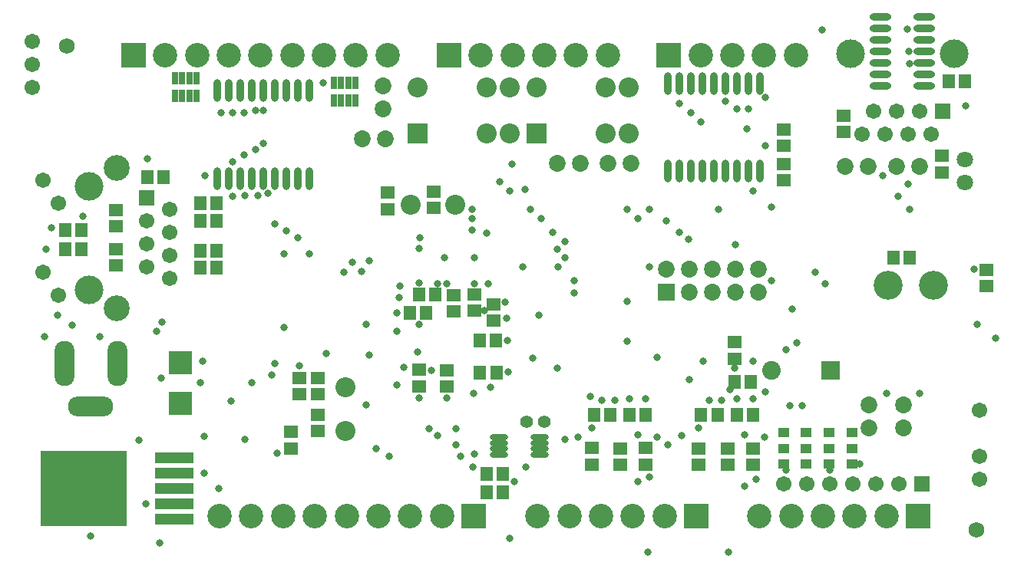
<source format=gbs>
%FSAX24Y24*%
%MOIN*%
G70*
G01*
G75*
G04 Layer_Color=16711935*
%ADD10C,0.0100*%
%ADD11R,0.1378X0.0748*%
%ADD12R,0.1732X0.0866*%
%ADD13O,0.0276X0.0984*%
%ADD14R,0.0118X0.0591*%
%ADD15R,0.0591X0.0118*%
%ADD16C,0.0394*%
%ADD17R,0.0472X0.0532*%
%ADD18R,0.0532X0.0472*%
%ADD19R,0.1969X0.2756*%
%ADD20R,0.0551X0.0472*%
%ADD21R,0.0472X0.0551*%
%ADD22R,0.0787X0.0571*%
%ADD23R,0.0591X0.0315*%
%ADD24R,0.0177X0.0453*%
%ADD25C,0.0300*%
%ADD26C,0.0120*%
%ADD27C,0.0591*%
%ADD28C,0.0787*%
%ADD29C,0.0472*%
%ADD30C,0.0650*%
%ADD31C,0.0630*%
%ADD32R,0.0787X0.0787*%
%ADD33C,0.0600*%
%ADD34R,0.0728X0.0728*%
%ADD35C,0.0728*%
%ADD36C,0.1161*%
%ADD37C,0.1043*%
%ADD38C,0.0591*%
%ADD39R,0.0591X0.0591*%
%ADD40R,0.0650X0.0650*%
%ADD41C,0.0984*%
%ADD42R,0.0984X0.0984*%
%ADD43R,0.0591X0.0591*%
%ADD44C,0.1181*%
%ADD45R,0.0591X0.0591*%
%ADD46O,0.1890X0.0787*%
%ADD47O,0.0787X0.1890*%
%ADD48C,0.0240*%
%ADD49R,0.0906X0.0906*%
%ADD50R,0.1634X0.0374*%
%ADD51R,0.3701X0.3228*%
%ADD52O,0.0236X0.0906*%
%ADD53R,0.0374X0.0335*%
%ADD54O,0.0709X0.0177*%
%ADD55O,0.0866X0.0236*%
%ADD56C,0.0200*%
%ADD57C,0.0079*%
%ADD58C,0.0050*%
%ADD59C,0.0098*%
%ADD60C,0.0236*%
%ADD61C,0.0039*%
%ADD62C,0.0080*%
%ADD63C,0.0059*%
%ADD64R,0.1614X0.0748*%
%ADD65R,0.1458X0.0828*%
%ADD66R,0.1812X0.0946*%
%ADD67O,0.0356X0.1064*%
%ADD68R,0.0198X0.0671*%
%ADD69R,0.0671X0.0198*%
%ADD70C,0.0474*%
%ADD71R,0.0552X0.0612*%
%ADD72R,0.0612X0.0552*%
%ADD73R,0.2049X0.2836*%
%ADD74R,0.0631X0.0552*%
%ADD75R,0.0552X0.0631*%
%ADD76R,0.0867X0.0651*%
%ADD77R,0.0671X0.0395*%
%ADD78R,0.0257X0.0533*%
%ADD79C,0.0671*%
%ADD80C,0.0867*%
%ADD81C,0.0552*%
%ADD82C,0.0730*%
%ADD83C,0.0710*%
%ADD84R,0.0867X0.0867*%
%ADD85C,0.0680*%
%ADD86R,0.0808X0.0808*%
%ADD87C,0.0808*%
%ADD88C,0.1241*%
%ADD89C,0.1123*%
%ADD90C,0.0671*%
%ADD91R,0.0671X0.0671*%
%ADD92R,0.0730X0.0730*%
%ADD93C,0.1064*%
%ADD94R,0.1064X0.1064*%
%ADD95R,0.0671X0.0671*%
%ADD96C,0.1261*%
%ADD97R,0.0671X0.0671*%
%ADD98O,0.1970X0.0867*%
%ADD99O,0.0867X0.1970*%
%ADD100C,0.0320*%
%ADD101R,0.0986X0.0986*%
%ADD102R,0.1714X0.0454*%
%ADD103R,0.3781X0.3308*%
%ADD104O,0.0316X0.0986*%
%ADD105R,0.0454X0.0415*%
%ADD106O,0.0789X0.0257*%
%ADD107O,0.0946X0.0316*%
D71*
X051496Y022200D02*
D03*
X052204D02*
D03*
X022446Y028800D02*
D03*
X023154D02*
D03*
X022441Y027950D02*
D03*
X023150D02*
D03*
X058396Y027600D02*
D03*
X059104D02*
D03*
X041450Y017400D02*
D03*
X040741D02*
D03*
X041450Y018200D02*
D03*
X040741D02*
D03*
D72*
X062450Y027059D02*
D03*
Y026350D02*
D03*
X032600Y022359D02*
D03*
Y021650D02*
D03*
X032250Y019296D02*
D03*
Y020004D02*
D03*
X051500Y023196D02*
D03*
Y023904D02*
D03*
X053650Y033154D02*
D03*
Y032446D02*
D03*
Y030950D02*
D03*
Y031659D02*
D03*
X056250Y033748D02*
D03*
Y033039D02*
D03*
X060500Y032002D02*
D03*
Y031293D02*
D03*
D74*
X039000Y021991D02*
D03*
Y022700D02*
D03*
X039300Y025950D02*
D03*
Y025241D02*
D03*
X049950Y018591D02*
D03*
Y019300D02*
D03*
X041050Y024841D02*
D03*
Y025550D02*
D03*
X040200Y026000D02*
D03*
Y025291D02*
D03*
X037800Y022000D02*
D03*
Y022709D02*
D03*
X051200Y018583D02*
D03*
Y019291D02*
D03*
X052300Y018591D02*
D03*
Y019300D02*
D03*
X024650Y027250D02*
D03*
Y027959D02*
D03*
Y028941D02*
D03*
Y029650D02*
D03*
X033400Y020046D02*
D03*
Y020754D02*
D03*
Y022354D02*
D03*
Y021646D02*
D03*
X038450Y029746D02*
D03*
Y030454D02*
D03*
X036450Y029696D02*
D03*
Y030404D02*
D03*
X045300Y018600D02*
D03*
Y019309D02*
D03*
X046550Y018591D02*
D03*
Y019300D02*
D03*
X047650Y018600D02*
D03*
Y019309D02*
D03*
D75*
X041150Y024000D02*
D03*
X040441D02*
D03*
X037400Y025200D02*
D03*
X038109D02*
D03*
X037791Y026000D02*
D03*
X038500D02*
D03*
X041159Y022600D02*
D03*
X040450D02*
D03*
X050050Y020741D02*
D03*
X050759D02*
D03*
X052300D02*
D03*
X051591D02*
D03*
X025991Y031100D02*
D03*
X026700D02*
D03*
X029000Y027900D02*
D03*
X028291D02*
D03*
X029000Y027150D02*
D03*
X028291D02*
D03*
X029000Y029950D02*
D03*
X028291D02*
D03*
X029000Y029200D02*
D03*
X028291D02*
D03*
X045400Y020750D02*
D03*
X046109D02*
D03*
X047650D02*
D03*
X046941D02*
D03*
X061504Y035250D02*
D03*
X060796D02*
D03*
D78*
X034730Y035200D02*
D03*
X035045D02*
D03*
Y034432D02*
D03*
X034730D02*
D03*
X034415D02*
D03*
X034100D02*
D03*
Y035200D02*
D03*
X034415D02*
D03*
X027830Y035400D02*
D03*
X028145D02*
D03*
Y034632D02*
D03*
X027830D02*
D03*
X027515D02*
D03*
X027200D02*
D03*
Y035400D02*
D03*
X027515D02*
D03*
D79*
X021000Y035000D02*
D03*
Y036000D02*
D03*
Y037000D02*
D03*
X062150Y017950D02*
D03*
Y018950D02*
D03*
Y020950D02*
D03*
X057650Y017750D02*
D03*
X058650D02*
D03*
X056650D02*
D03*
X055650D02*
D03*
X054650D02*
D03*
X053650D02*
D03*
D80*
X034600Y021961D02*
D03*
Y020039D02*
D03*
X039361Y029900D02*
D03*
X037439D02*
D03*
X045900Y033000D02*
D03*
X046900D02*
D03*
X042900Y035000D02*
D03*
X045900D02*
D03*
X046900D02*
D03*
X041750D02*
D03*
X040750D02*
D03*
X037750D02*
D03*
X041750Y033000D02*
D03*
X040750D02*
D03*
D81*
X043250Y020450D02*
D03*
X042463D02*
D03*
D82*
X059550Y031548D02*
D03*
X058550D02*
D03*
X057300D02*
D03*
X056300D02*
D03*
X047000Y031700D02*
D03*
X046000D02*
D03*
X043800D02*
D03*
X044800D02*
D03*
X036250Y035050D02*
D03*
Y034050D02*
D03*
X035350Y032750D02*
D03*
X036350D02*
D03*
X052550Y027100D02*
D03*
Y026100D02*
D03*
X051550Y027100D02*
D03*
Y026100D02*
D03*
X050550Y027100D02*
D03*
Y026100D02*
D03*
X049550Y027100D02*
D03*
Y026100D02*
D03*
X048550Y027100D02*
D03*
X058850Y020200D02*
D03*
Y021200D02*
D03*
X057350Y020200D02*
D03*
Y021200D02*
D03*
D83*
X061500Y031850D02*
D03*
Y030850D02*
D03*
D84*
X042900Y033000D02*
D03*
X037750D02*
D03*
D85*
X022500Y036800D02*
D03*
X062000Y015750D02*
D03*
D86*
X055680Y022700D02*
D03*
D87*
X053120D02*
D03*
D88*
X023470Y026200D02*
D03*
Y030700D02*
D03*
X056550Y036448D02*
D03*
X061050D02*
D03*
D89*
X024670Y025400D02*
D03*
Y031500D02*
D03*
D90*
X025970Y029200D02*
D03*
Y028200D02*
D03*
X026970Y028700D02*
D03*
Y027700D02*
D03*
X025970Y027200D02*
D03*
X026970Y029700D02*
D03*
Y026700D02*
D03*
X022150Y025950D02*
D03*
X021470Y026950D02*
D03*
X022150Y029950D02*
D03*
X021470Y030950D02*
D03*
X059550Y033948D02*
D03*
X058550D02*
D03*
X059050Y032948D02*
D03*
X058050D02*
D03*
X057550Y033948D02*
D03*
X060050Y032948D02*
D03*
X057050D02*
D03*
D91*
X025970Y030200D02*
D03*
D92*
X048550Y026100D02*
D03*
D93*
X026778Y036400D02*
D03*
X029534D02*
D03*
X032290D02*
D03*
X033668D02*
D03*
X028156D02*
D03*
X035046D02*
D03*
X030912D02*
D03*
X036424D02*
D03*
X038790Y016350D02*
D03*
X036034D02*
D03*
X033278D02*
D03*
X031900D02*
D03*
X037412D02*
D03*
X030522D02*
D03*
X034656D02*
D03*
X029144D02*
D03*
X044328Y016350D02*
D03*
X047084D02*
D03*
X042950D02*
D03*
X045706D02*
D03*
X048462D02*
D03*
X044612Y036400D02*
D03*
X041856D02*
D03*
X045990D02*
D03*
X043234D02*
D03*
X040478D02*
D03*
X053966Y016350D02*
D03*
X056722D02*
D03*
X052588D02*
D03*
X055344D02*
D03*
X058100D02*
D03*
X050028Y036400D02*
D03*
X052784D02*
D03*
X051406D02*
D03*
X054162D02*
D03*
D94*
X025400D02*
D03*
X040168Y016350D02*
D03*
X049840Y016350D02*
D03*
X039100Y036400D02*
D03*
X059478Y016350D02*
D03*
X048650Y036400D02*
D03*
D95*
X060550Y033948D02*
D03*
D96*
X060150Y026400D02*
D03*
X058182D02*
D03*
D97*
X059650Y017750D02*
D03*
D98*
X023523Y021110D02*
D03*
D99*
X022421Y023000D02*
D03*
X024704D02*
D03*
D100*
X035500Y024700D02*
D03*
X054450Y021150D02*
D03*
X055450Y026450D02*
D03*
X055000Y026950D02*
D03*
X053900Y021150D02*
D03*
X062850Y024100D02*
D03*
X061900Y027100D02*
D03*
X049100Y034300D02*
D03*
X049600Y033900D02*
D03*
X052850Y034550D02*
D03*
X052100Y034050D02*
D03*
X051600D02*
D03*
X051100Y034400D02*
D03*
X028500Y031150D02*
D03*
X025991Y031891D02*
D03*
X023200Y029400D02*
D03*
X021850Y028900D02*
D03*
X021600Y027950D02*
D03*
X022750Y024650D02*
D03*
X021550Y024150D02*
D03*
X023950D02*
D03*
X022100Y025100D02*
D03*
X026400Y024400D02*
D03*
X031400Y022500D02*
D03*
X036500Y018950D02*
D03*
X038609Y019859D02*
D03*
X026650Y024800D02*
D03*
X031550Y023000D02*
D03*
X035950Y019300D02*
D03*
X038250Y020150D02*
D03*
X026600Y022350D02*
D03*
X031950Y027750D02*
D03*
Y024550D02*
D03*
X028291Y029950D02*
D03*
Y029200D02*
D03*
Y027150D02*
D03*
Y027900D02*
D03*
X035650Y023350D02*
D03*
X033759Y023409D02*
D03*
X025950Y016881D02*
D03*
X023550Y015500D02*
D03*
X028481Y018219D02*
D03*
Y019819D02*
D03*
X026550Y015200D02*
D03*
X031650Y019100D02*
D03*
X052300Y021441D02*
D03*
X051591Y021450D02*
D03*
X050950Y021391D02*
D03*
X050400D02*
D03*
X051950Y019891D02*
D03*
X049950Y020200D02*
D03*
X037822Y026472D02*
D03*
X039003Y021497D02*
D03*
X039000Y026450D02*
D03*
X037800Y021500D02*
D03*
X041600Y024950D02*
D03*
X041650Y024000D02*
D03*
X042737Y023213D02*
D03*
X041550Y025650D02*
D03*
X038600Y026450D02*
D03*
X037800Y024700D02*
D03*
X036850Y024400D02*
D03*
X037750Y023500D02*
D03*
X037131Y022819D02*
D03*
X038350Y022700D02*
D03*
X040800Y026450D02*
D03*
X040650Y025300D02*
D03*
X040184Y021684D02*
D03*
X041672Y022622D02*
D03*
X040900Y021950D02*
D03*
X031050Y034000D02*
D03*
Y032550D02*
D03*
X030700Y034000D02*
D03*
Y032300D02*
D03*
X030200Y033900D02*
D03*
Y032050D02*
D03*
X029700Y033900D02*
D03*
Y031750D02*
D03*
X033050Y027750D02*
D03*
X032550Y028450D02*
D03*
X032050Y028750D02*
D03*
X031550Y029050D02*
D03*
X032600Y022900D02*
D03*
X031250Y030400D02*
D03*
X030800Y030300D02*
D03*
X030250D02*
D03*
X029700Y030250D02*
D03*
X035500Y021168D02*
D03*
X049550Y022300D02*
D03*
X052300Y023100D02*
D03*
X050150D02*
D03*
X048150Y023250D02*
D03*
X040750Y028650D02*
D03*
X040100Y028800D02*
D03*
X038900Y027600D02*
D03*
X040200D02*
D03*
X040100Y029300D02*
D03*
Y029700D02*
D03*
X040200Y026450D02*
D03*
X036962Y026362D02*
D03*
X036950Y025850D02*
D03*
X035650Y027450D02*
D03*
X035300Y027000D02*
D03*
X034900Y027400D02*
D03*
X036831Y025181D02*
D03*
X034550Y026950D02*
D03*
X044550Y026600D02*
D03*
X029200Y033900D02*
D03*
X025650Y019650D02*
D03*
X028400Y023096D02*
D03*
X030250Y019700D02*
D03*
X029100Y017550D02*
D03*
X028300Y022150D02*
D03*
X030550D02*
D03*
X033650Y035200D02*
D03*
X029650Y021354D02*
D03*
X036850Y022050D02*
D03*
X039397Y020153D02*
D03*
X039400Y019450D02*
D03*
X039600Y018950D02*
D03*
X040150Y018500D02*
D03*
X040200Y019050D02*
D03*
X042450Y018500D02*
D03*
X041950Y017850D02*
D03*
X046850Y023950D02*
D03*
Y025700D02*
D03*
X037800Y028000D02*
D03*
X043000Y025100D02*
D03*
X037850Y028450D02*
D03*
X043800Y022800D02*
D03*
X048150Y019800D02*
D03*
X045300Y020200D02*
D03*
X047300Y019900D02*
D03*
X045750Y021400D02*
D03*
X046300D02*
D03*
X046941Y021459D02*
D03*
X047650Y021450D02*
D03*
X041750Y015400D02*
D03*
X047800Y018050D02*
D03*
X047750Y014800D02*
D03*
X047300Y017850D02*
D03*
X051950Y017650D02*
D03*
X052450Y017950D02*
D03*
X051250Y014800D02*
D03*
X052800Y019791D02*
D03*
X058999Y037525D02*
D03*
X059099Y036025D02*
D03*
X059062Y036538D02*
D03*
X044150Y019700D02*
D03*
X051500Y022800D02*
D03*
X045250Y021550D02*
D03*
X044700Y019800D02*
D03*
X054000Y025350D02*
D03*
X053750Y023600D02*
D03*
X054200Y023900D02*
D03*
X041300Y030900D02*
D03*
X041850Y031650D02*
D03*
X041750Y030500D02*
D03*
X042400Y030550D02*
D03*
X052300Y030500D02*
D03*
X052048Y033198D02*
D03*
X052850Y032450D02*
D03*
X050050Y033500D02*
D03*
X053750Y018350D02*
D03*
X055650D02*
D03*
X056939Y018611D02*
D03*
X053100Y026600D02*
D03*
X052850Y021750D02*
D03*
X051300Y021850D02*
D03*
X042650Y029700D02*
D03*
X046850D02*
D03*
X043100Y029300D02*
D03*
X047300D02*
D03*
X044150Y027600D02*
D03*
X043800Y027950D02*
D03*
X051550Y028150D02*
D03*
X044150Y028300D02*
D03*
X043600Y028700D02*
D03*
X048600Y019450D02*
D03*
X049200Y019850D02*
D03*
X062050Y024700D02*
D03*
X049100Y028700D02*
D03*
X049500Y028400D02*
D03*
X042300Y027200D02*
D03*
X043850D02*
D03*
X047800D02*
D03*
Y029700D02*
D03*
X050800D02*
D03*
X048550Y029200D02*
D03*
X059050Y030800D02*
D03*
X057950Y031150D02*
D03*
X058100Y021700D02*
D03*
X059550D02*
D03*
X058600Y030250D02*
D03*
X059100Y029700D02*
D03*
X061550Y034200D02*
D03*
X055300Y037500D02*
D03*
X044550Y026050D02*
D03*
X053100Y029800D02*
D03*
D101*
X027450Y023022D02*
D03*
Y021250D02*
D03*
D102*
X027161Y018889D02*
D03*
Y018219D02*
D03*
Y017550D02*
D03*
Y016881D02*
D03*
Y016211D02*
D03*
D103*
X023243Y017550D02*
D03*
D104*
X029050Y034850D02*
D03*
X029550D02*
D03*
X030050D02*
D03*
X030550D02*
D03*
X031050D02*
D03*
X031550D02*
D03*
X032050D02*
D03*
X032550D02*
D03*
X033050D02*
D03*
X029050Y031031D02*
D03*
X029550D02*
D03*
X030050D02*
D03*
X030550D02*
D03*
X031050D02*
D03*
X031550D02*
D03*
X032050D02*
D03*
X032550D02*
D03*
X033050D02*
D03*
X048600Y035159D02*
D03*
X049100D02*
D03*
X049600D02*
D03*
X050100D02*
D03*
X050600D02*
D03*
X051100D02*
D03*
X051600D02*
D03*
X052100D02*
D03*
X052600D02*
D03*
X048600Y031341D02*
D03*
X049100D02*
D03*
X049600D02*
D03*
X050100D02*
D03*
X050600D02*
D03*
X051100D02*
D03*
X051600D02*
D03*
X052100D02*
D03*
X052600D02*
D03*
D105*
X054600Y018611D02*
D03*
Y019989D02*
D03*
Y019300D02*
D03*
X053650Y018611D02*
D03*
Y019989D02*
D03*
Y019300D02*
D03*
X056600Y018611D02*
D03*
Y019989D02*
D03*
Y019300D02*
D03*
X055600Y018611D02*
D03*
Y019989D02*
D03*
Y019300D02*
D03*
D106*
X043026Y019784D02*
D03*
Y019528D02*
D03*
Y019272D02*
D03*
Y019016D02*
D03*
X041274Y019784D02*
D03*
Y019528D02*
D03*
Y019272D02*
D03*
Y019016D02*
D03*
D107*
X057841Y035038D02*
D03*
Y035538D02*
D03*
Y036038D02*
D03*
Y036538D02*
D03*
Y037038D02*
D03*
Y037538D02*
D03*
Y038038D02*
D03*
X059731Y035038D02*
D03*
Y035538D02*
D03*
Y036038D02*
D03*
Y036538D02*
D03*
Y037038D02*
D03*
Y037538D02*
D03*
Y038038D02*
D03*
M02*

</source>
